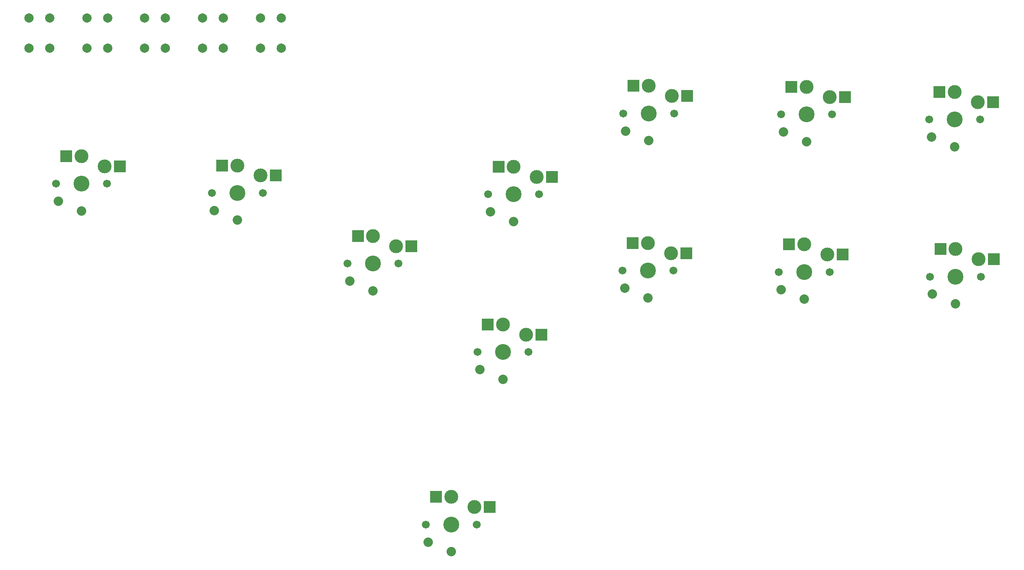
<source format=gbr>
%TF.GenerationSoftware,KiCad,Pcbnew,8.0.1*%
%TF.CreationDate,2024-03-26T13:51:38-04:00*%
%TF.ProjectId,hitbox,68697462-6f78-42e6-9b69-6361645f7063,rev?*%
%TF.SameCoordinates,Original*%
%TF.FileFunction,Soldermask,Bot*%
%TF.FilePolarity,Negative*%
%FSLAX46Y46*%
G04 Gerber Fmt 4.6, Leading zero omitted, Abs format (unit mm)*
G04 Created by KiCad (PCBNEW 8.0.1) date 2024-03-26 13:51:38*
%MOMM*%
%LPD*%
G01*
G04 APERTURE LIST*
%ADD10C,2.000000*%
%ADD11C,1.701800*%
%ADD12C,3.000000*%
%ADD13C,3.429000*%
%ADD14R,2.600000X2.600000*%
%ADD15C,2.032000*%
G04 APERTURE END LIST*
D10*
%TO.C,Home*%
X127750000Y-68250000D03*
X127750000Y-61750000D03*
X132250000Y-68250000D03*
X132250000Y-61750000D03*
%TD*%
D11*
%TO.C,B/Circle*%
X256000000Y-116350000D03*
D12*
X261500000Y-110400000D03*
D13*
X261500000Y-116350000D03*
D12*
X266500000Y-112600000D03*
D11*
X267000000Y-116350000D03*
D14*
X258225000Y-110400000D03*
D15*
X261500000Y-122250000D03*
X256500000Y-120150000D03*
D14*
X269775000Y-112600000D03*
%TD*%
D11*
%TO.C,Up*%
X167300000Y-99550000D03*
D12*
X172800000Y-93600000D03*
D13*
X172800000Y-99550000D03*
D12*
X177800000Y-95800000D03*
D11*
X178300000Y-99550000D03*
D14*
X169525000Y-93600000D03*
D15*
X172800000Y-105450000D03*
X167800000Y-103350000D03*
D14*
X181075000Y-95800000D03*
%TD*%
D11*
%TO.C,Left*%
X133600000Y-97550000D03*
D12*
X139100000Y-91600000D03*
D13*
X139100000Y-97550000D03*
D12*
X144100000Y-93800000D03*
D11*
X144600000Y-97550000D03*
D14*
X135825000Y-91600000D03*
D15*
X139100000Y-103450000D03*
X134100000Y-101350000D03*
D14*
X147375000Y-93800000D03*
%TD*%
D11*
%TO.C,LT*%
X322500000Y-117650000D03*
D12*
X328000000Y-111700000D03*
D13*
X328000000Y-117650000D03*
D12*
X333000000Y-113900000D03*
D11*
X333500000Y-117650000D03*
D14*
X324725000Y-111700000D03*
D15*
X328000000Y-123550000D03*
X323000000Y-121450000D03*
D14*
X336275000Y-113900000D03*
%TD*%
D11*
%TO.C,Up*%
X213500000Y-171250000D03*
D12*
X219000000Y-165300000D03*
D13*
X219000000Y-171250000D03*
D12*
X224000000Y-167500000D03*
D11*
X224500000Y-171250000D03*
D14*
X215725000Y-165300000D03*
D15*
X219000000Y-177150000D03*
X214000000Y-175050000D03*
D14*
X227275000Y-167500000D03*
%TD*%
D10*
%TO.C,L3*%
X165250000Y-68250000D03*
X165250000Y-61750000D03*
X169750000Y-68250000D03*
X169750000Y-61750000D03*
%TD*%
%TO.C,Select*%
X140250000Y-68250000D03*
X140250000Y-61750000D03*
X144750000Y-68250000D03*
X144750000Y-61750000D03*
%TD*%
D11*
%TO.C,LB*%
X322300000Y-83650000D03*
D12*
X327800000Y-77700000D03*
D13*
X327800000Y-83650000D03*
D12*
X332800000Y-79900000D03*
D11*
X333300000Y-83650000D03*
D14*
X324525000Y-77700000D03*
D15*
X327800000Y-89550000D03*
X322800000Y-87450000D03*
D14*
X336075000Y-79900000D03*
%TD*%
%TO.C,Y/Triangle*%
X269975000Y-78600000D03*
D15*
X256700000Y-86150000D03*
X261700000Y-88250000D03*
D14*
X258425000Y-76400000D03*
D11*
X267200000Y-82350000D03*
D12*
X266700000Y-78600000D03*
D13*
X261700000Y-82350000D03*
D12*
X261700000Y-76400000D03*
D11*
X256200000Y-82350000D03*
%TD*%
%TO.C,Right*%
X196600000Y-114850000D03*
D12*
X202100000Y-108900000D03*
D13*
X202100000Y-114850000D03*
D12*
X207100000Y-111100000D03*
D11*
X207600000Y-114850000D03*
D14*
X198825000Y-108900000D03*
D15*
X202100000Y-120750000D03*
X197100000Y-118650000D03*
D14*
X210375000Y-111100000D03*
%TD*%
D10*
%TO.C,R3*%
X177750000Y-68250000D03*
X177750000Y-61750000D03*
X182250000Y-68250000D03*
X182250000Y-61750000D03*
%TD*%
D11*
%TO.C,X/Square*%
X227000000Y-99850000D03*
D12*
X232500000Y-93900000D03*
D13*
X232500000Y-99850000D03*
D12*
X237500000Y-96100000D03*
D11*
X238000000Y-99850000D03*
D14*
X229225000Y-93900000D03*
D15*
X232500000Y-105750000D03*
X227500000Y-103650000D03*
D14*
X240775000Y-96100000D03*
%TD*%
D11*
%TO.C,X/A*%
X224700000Y-133950000D03*
D12*
X230200000Y-128000000D03*
D13*
X230200000Y-133950000D03*
D12*
X235200000Y-130200000D03*
D11*
X235700000Y-133950000D03*
D14*
X226925000Y-128000000D03*
D15*
X230200000Y-139850000D03*
X225200000Y-137750000D03*
D14*
X238475000Y-130200000D03*
%TD*%
D10*
%TO.C,Start*%
X152750000Y-68250000D03*
X152750000Y-61750000D03*
X157250000Y-68250000D03*
X157250000Y-61750000D03*
%TD*%
D11*
%TO.C,RT*%
X289800000Y-116650000D03*
D12*
X295300000Y-110700000D03*
D13*
X295300000Y-116650000D03*
D12*
X300300000Y-112900000D03*
D11*
X300800000Y-116650000D03*
D14*
X292025000Y-110700000D03*
D15*
X295300000Y-122550000D03*
X290300000Y-120450000D03*
D14*
X303575000Y-112900000D03*
%TD*%
D11*
%TO.C,RB*%
X290300000Y-82550000D03*
D12*
X295800000Y-76600000D03*
D13*
X295800000Y-82550000D03*
D12*
X300800000Y-78800000D03*
D11*
X301300000Y-82550000D03*
D14*
X292525000Y-76600000D03*
D15*
X295800000Y-88450000D03*
X290800000Y-86350000D03*
D14*
X304075000Y-78800000D03*
%TD*%
M02*

</source>
